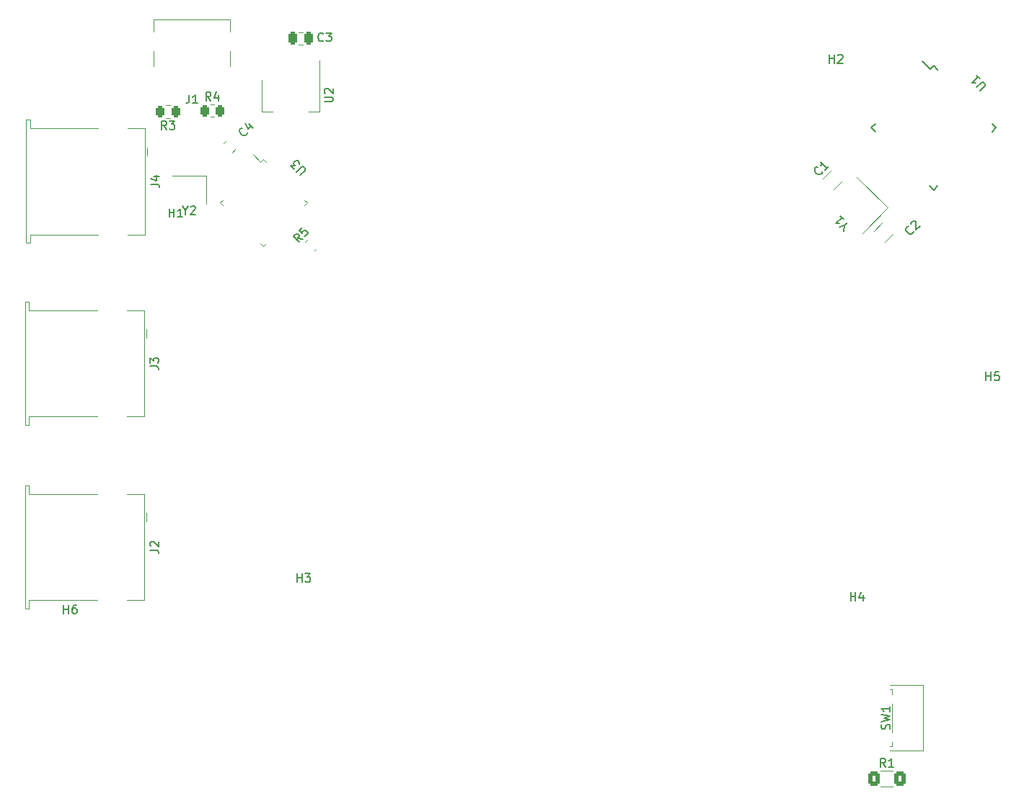
<source format=gto>
%TF.GenerationSoftware,KiCad,Pcbnew,(6.0.5)*%
%TF.CreationDate,2022-06-01T14:10:51+01:00*%
%TF.ProjectId,Project Fauxbow,50726f6a-6563-4742-9046-617578626f77,rev?*%
%TF.SameCoordinates,Original*%
%TF.FileFunction,Legend,Top*%
%TF.FilePolarity,Positive*%
%FSLAX46Y46*%
G04 Gerber Fmt 4.6, Leading zero omitted, Abs format (unit mm)*
G04 Created by KiCad (PCBNEW (6.0.5)) date 2022-06-01 14:10:51*
%MOMM*%
%LPD*%
G01*
G04 APERTURE LIST*
G04 Aperture macros list*
%AMRoundRect*
0 Rectangle with rounded corners*
0 $1 Rounding radius*
0 $2 $3 $4 $5 $6 $7 $8 $9 X,Y pos of 4 corners*
0 Add a 4 corners polygon primitive as box body*
4,1,4,$2,$3,$4,$5,$6,$7,$8,$9,$2,$3,0*
0 Add four circle primitives for the rounded corners*
1,1,$1+$1,$2,$3*
1,1,$1+$1,$4,$5*
1,1,$1+$1,$6,$7*
1,1,$1+$1,$8,$9*
0 Add four rect primitives between the rounded corners*
20,1,$1+$1,$2,$3,$4,$5,0*
20,1,$1+$1,$4,$5,$6,$7,0*
20,1,$1+$1,$6,$7,$8,$9,0*
20,1,$1+$1,$8,$9,$2,$3,0*%
%AMRotRect*
0 Rectangle, with rotation*
0 The origin of the aperture is its center*
0 $1 length*
0 $2 width*
0 $3 Rotation angle, in degrees counterclockwise*
0 Add horizontal line*
21,1,$1,$2,0,0,$3*%
G04 Aperture macros list end*
%ADD10C,0.150000*%
%ADD11C,0.120000*%
%ADD12RoundRect,0.250000X0.132583X-0.503814X0.503814X-0.132583X-0.132583X0.503814X-0.503814X0.132583X0*%
%ADD13RoundRect,0.250000X0.167938X-0.751301X0.751301X-0.167938X-0.167938X0.751301X-0.751301X0.167938X0*%
%ADD14RoundRect,0.075000X-0.521491X0.415425X0.415425X-0.521491X0.521491X-0.415425X-0.415425X0.521491X0*%
%ADD15RoundRect,0.075000X-0.521491X-0.415425X-0.415425X-0.521491X0.521491X0.415425X0.415425X0.521491X0*%
%ADD16C,4.500000*%
%ADD17RoundRect,0.250000X0.262500X0.450000X-0.262500X0.450000X-0.262500X-0.450000X0.262500X-0.450000X0*%
%ADD18RoundRect,0.250000X-0.250000X-0.475000X0.250000X-0.475000X0.250000X0.475000X-0.250000X0.475000X0*%
%ADD19RotRect,1.950000X1.650000X135.000000*%
%ADD20RoundRect,0.250000X-0.400000X-0.625000X0.400000X-0.625000X0.400000X0.625000X-0.400000X0.625000X0*%
%ADD21C,0.600000*%
%ADD22R,0.600000X1.160000*%
%ADD23R,0.300000X1.160000*%
%ADD24O,0.900000X1.700000*%
%ADD25O,0.900000X2.000000*%
%ADD26C,3.048000*%
%ADD27C,3.987800*%
%ADD28RotRect,1.500000X0.550000X315.000000*%
%ADD29RotRect,1.500000X0.550000X45.000000*%
%ADD30RoundRect,0.250000X0.159099X-0.512652X0.512652X-0.159099X-0.159099X0.512652X-0.512652X0.159099X0*%
%ADD31R,1.400000X1.200000*%
%ADD32C,3.000000*%
%ADD33C,1.600000*%
%ADD34R,1.600000X1.600000*%
%ADD35RoundRect,0.250000X-0.262500X-0.450000X0.262500X-0.450000X0.262500X0.450000X-0.262500X0.450000X0*%
%ADD36R,1.500000X2.000000*%
%ADD37R,3.800000X2.000000*%
%ADD38C,2.100000*%
%ADD39C,1.200000*%
%ADD40C,1.750000*%
%ADD41C,3.300000*%
G04 APERTURE END LIST*
D10*
%TO.C,R5*%
X177735304Y-84871006D02*
X177162884Y-84769991D01*
X177331243Y-85275067D02*
X176624136Y-84567961D01*
X176893510Y-84298586D01*
X176994525Y-84264915D01*
X177061869Y-84264915D01*
X177162884Y-84298586D01*
X177263899Y-84399602D01*
X177297571Y-84500617D01*
X177297571Y-84567961D01*
X177263899Y-84668976D01*
X176994525Y-84938350D01*
X177667961Y-83524136D02*
X177331243Y-83860854D01*
X177634289Y-84231243D01*
X177634289Y-84163899D01*
X177667961Y-84062884D01*
X177836319Y-83894525D01*
X177937335Y-83860854D01*
X178004678Y-83860854D01*
X178105693Y-83894525D01*
X178274052Y-84062884D01*
X178307724Y-84163899D01*
X178307724Y-84231243D01*
X178274052Y-84332258D01*
X178105693Y-84500617D01*
X178004678Y-84534289D01*
X177937335Y-84534289D01*
%TO.C,C1*%
X238726539Y-76962241D02*
X238726539Y-77029584D01*
X238659195Y-77164271D01*
X238591852Y-77231615D01*
X238457164Y-77298958D01*
X238322477Y-77298958D01*
X238221462Y-77265287D01*
X238053103Y-77164271D01*
X237952088Y-77063256D01*
X237851073Y-76894897D01*
X237817401Y-76793882D01*
X237817401Y-76659195D01*
X237884745Y-76524508D01*
X237952088Y-76457164D01*
X238086775Y-76389821D01*
X238154119Y-76389821D01*
X239467317Y-76356149D02*
X239063256Y-76760210D01*
X239265287Y-76558180D02*
X238558180Y-75851073D01*
X238591852Y-76019432D01*
X238591852Y-76154119D01*
X238558180Y-76255134D01*
%TO.C,U3*%
X177388097Y-77389398D02*
X177960517Y-76816978D01*
X177994189Y-76715963D01*
X177994189Y-76648619D01*
X177960517Y-76547604D01*
X177825830Y-76412917D01*
X177724815Y-76379245D01*
X177657471Y-76379245D01*
X177556456Y-76412917D01*
X176984036Y-76985337D01*
X176714662Y-76715963D02*
X176276930Y-76278230D01*
X176782006Y-76244558D01*
X176680991Y-76143543D01*
X176647319Y-76042528D01*
X176647319Y-75975184D01*
X176680991Y-75874169D01*
X176849349Y-75705810D01*
X176950365Y-75672138D01*
X177017708Y-75672138D01*
X177118723Y-75705810D01*
X177320754Y-75907841D01*
X177354426Y-76008856D01*
X177354426Y-76076199D01*
%TO.C,H1*%
X162038095Y-82302380D02*
X162038095Y-81302380D01*
X162038095Y-81778571D02*
X162609523Y-81778571D01*
X162609523Y-82302380D02*
X162609523Y-81302380D01*
X163609523Y-82302380D02*
X163038095Y-82302380D01*
X163323809Y-82302380D02*
X163323809Y-81302380D01*
X163228571Y-81445238D01*
X163133333Y-81540476D01*
X163038095Y-81588095D01*
%TO.C,R3*%
X161733333Y-72002380D02*
X161400000Y-71526190D01*
X161161904Y-72002380D02*
X161161904Y-71002380D01*
X161542857Y-71002380D01*
X161638095Y-71050000D01*
X161685714Y-71097619D01*
X161733333Y-71192857D01*
X161733333Y-71335714D01*
X161685714Y-71430952D01*
X161638095Y-71478571D01*
X161542857Y-71526190D01*
X161161904Y-71526190D01*
X162066666Y-71002380D02*
X162685714Y-71002380D01*
X162352380Y-71383333D01*
X162495238Y-71383333D01*
X162590476Y-71430952D01*
X162638095Y-71478571D01*
X162685714Y-71573809D01*
X162685714Y-71811904D01*
X162638095Y-71907142D01*
X162590476Y-71954761D01*
X162495238Y-72002380D01*
X162209523Y-72002380D01*
X162114285Y-71954761D01*
X162066666Y-71907142D01*
%TO.C,C3*%
X180133333Y-61557142D02*
X180085714Y-61604761D01*
X179942857Y-61652380D01*
X179847619Y-61652380D01*
X179704761Y-61604761D01*
X179609523Y-61509523D01*
X179561904Y-61414285D01*
X179514285Y-61223809D01*
X179514285Y-61080952D01*
X179561904Y-60890476D01*
X179609523Y-60795238D01*
X179704761Y-60700000D01*
X179847619Y-60652380D01*
X179942857Y-60652380D01*
X180085714Y-60700000D01*
X180133333Y-60747619D01*
X180466666Y-60652380D02*
X181085714Y-60652380D01*
X180752380Y-61033333D01*
X180895238Y-61033333D01*
X180990476Y-61080952D01*
X181038095Y-61128571D01*
X181085714Y-61223809D01*
X181085714Y-61461904D01*
X181038095Y-61557142D01*
X180990476Y-61604761D01*
X180895238Y-61652380D01*
X180609523Y-61652380D01*
X180514285Y-61604761D01*
X180466666Y-61557142D01*
%TO.C,H3*%
X177042763Y-125207048D02*
X177042763Y-124207048D01*
X177042763Y-124683239D02*
X177614191Y-124683239D01*
X177614191Y-125207048D02*
X177614191Y-124207048D01*
X177995144Y-124207048D02*
X178614191Y-124207048D01*
X178280858Y-124588001D01*
X178423715Y-124588001D01*
X178518953Y-124635620D01*
X178566572Y-124683239D01*
X178614191Y-124778477D01*
X178614191Y-125016572D01*
X178566572Y-125111810D01*
X178518953Y-125159429D01*
X178423715Y-125207048D01*
X178138001Y-125207048D01*
X178042763Y-125159429D01*
X177995144Y-125111810D01*
%TO.C,H2*%
X239538095Y-64202380D02*
X239538095Y-63202380D01*
X239538095Y-63678571D02*
X240109523Y-63678571D01*
X240109523Y-64202380D02*
X240109523Y-63202380D01*
X240538095Y-63297619D02*
X240585714Y-63250000D01*
X240680952Y-63202380D01*
X240919047Y-63202380D01*
X241014285Y-63250000D01*
X241061904Y-63297619D01*
X241109523Y-63392857D01*
X241109523Y-63488095D01*
X241061904Y-63630952D01*
X240490476Y-64202380D01*
X241109523Y-64202380D01*
%TO.C,Y1*%
X241351594Y-83321840D02*
X241688312Y-82985122D01*
X241216907Y-83927931D02*
X241351594Y-83321840D01*
X240745503Y-83456527D01*
X240846518Y-82143329D02*
X241250579Y-82547390D01*
X241048548Y-82345359D02*
X240341442Y-83052466D01*
X240509800Y-83018794D01*
X240644487Y-83018794D01*
X240745503Y-83052466D01*
%TO.C,R1*%
X246133333Y-146932380D02*
X245800000Y-146456190D01*
X245561904Y-146932380D02*
X245561904Y-145932380D01*
X245942857Y-145932380D01*
X246038095Y-145980000D01*
X246085714Y-146027619D01*
X246133333Y-146122857D01*
X246133333Y-146265714D01*
X246085714Y-146360952D01*
X246038095Y-146408571D01*
X245942857Y-146456190D01*
X245561904Y-146456190D01*
X247085714Y-146932380D02*
X246514285Y-146932380D01*
X246800000Y-146932380D02*
X246800000Y-145932380D01*
X246704761Y-146075238D01*
X246609523Y-146170476D01*
X246514285Y-146218095D01*
%TO.C,H5*%
X257938095Y-101502380D02*
X257938095Y-100502380D01*
X257938095Y-100978571D02*
X258509523Y-100978571D01*
X258509523Y-101502380D02*
X258509523Y-100502380D01*
X259461904Y-100502380D02*
X258985714Y-100502380D01*
X258938095Y-100978571D01*
X258985714Y-100930952D01*
X259080952Y-100883333D01*
X259319047Y-100883333D01*
X259414285Y-100930952D01*
X259461904Y-100978571D01*
X259509523Y-101073809D01*
X259509523Y-101311904D01*
X259461904Y-101407142D01*
X259414285Y-101454761D01*
X259319047Y-101502380D01*
X259080952Y-101502380D01*
X258985714Y-101454761D01*
X258938095Y-101407142D01*
%TO.C,J1*%
X164366666Y-67932380D02*
X164366666Y-68646666D01*
X164319047Y-68789523D01*
X164223809Y-68884761D01*
X164080952Y-68932380D01*
X163985714Y-68932380D01*
X165366666Y-68932380D02*
X164795238Y-68932380D01*
X165080952Y-68932380D02*
X165080952Y-67932380D01*
X164985714Y-68075238D01*
X164890476Y-68170476D01*
X164795238Y-68218095D01*
%TO.C,U1*%
X257219468Y-67458027D02*
X257791888Y-66885607D01*
X257825560Y-66784592D01*
X257825560Y-66717248D01*
X257791888Y-66616233D01*
X257657201Y-66481546D01*
X257556186Y-66447874D01*
X257488842Y-66447874D01*
X257387827Y-66481546D01*
X256815407Y-67053966D01*
X256815407Y-65639752D02*
X257219468Y-66043813D01*
X257017438Y-65841783D02*
X256310331Y-66548889D01*
X256478690Y-66515218D01*
X256613377Y-66515218D01*
X256714392Y-66548889D01*
%TO.C,H4*%
X242042763Y-127407048D02*
X242042763Y-126407048D01*
X242042763Y-126883239D02*
X242614191Y-126883239D01*
X242614191Y-127407048D02*
X242614191Y-126407048D01*
X243518953Y-126740382D02*
X243518953Y-127407048D01*
X243280858Y-126359429D02*
X243042763Y-127073715D01*
X243661810Y-127073715D01*
%TO.C,C4*%
X171214586Y-72390490D02*
X171214586Y-72457833D01*
X171147242Y-72592520D01*
X171079899Y-72659864D01*
X170945211Y-72727207D01*
X170810524Y-72727207D01*
X170709509Y-72693536D01*
X170541150Y-72592520D01*
X170440135Y-72491505D01*
X170339120Y-72323146D01*
X170305448Y-72222131D01*
X170305448Y-72087444D01*
X170372792Y-71952757D01*
X170440135Y-71885413D01*
X170574822Y-71818070D01*
X170642166Y-71818070D01*
X171416616Y-71380337D02*
X171888021Y-71851742D01*
X170978883Y-71279322D02*
X171315601Y-71952757D01*
X171753334Y-71515024D01*
%TO.C,Y2*%
X163923809Y-81526190D02*
X163923809Y-82002380D01*
X163590476Y-81002380D02*
X163923809Y-81526190D01*
X164257142Y-81002380D01*
X164542857Y-81097619D02*
X164590476Y-81050000D01*
X164685714Y-81002380D01*
X164923809Y-81002380D01*
X165019047Y-81050000D01*
X165066666Y-81097619D01*
X165114285Y-81192857D01*
X165114285Y-81288095D01*
X165066666Y-81430952D01*
X164495238Y-82002380D01*
X165114285Y-82002380D01*
%TO.C,J3*%
X159802380Y-99833333D02*
X160516666Y-99833333D01*
X160659523Y-99880952D01*
X160754761Y-99976190D01*
X160802380Y-100119047D01*
X160802380Y-100214285D01*
X159802380Y-99452380D02*
X159802380Y-98833333D01*
X160183333Y-99166666D01*
X160183333Y-99023809D01*
X160230952Y-98928571D01*
X160278571Y-98880952D01*
X160373809Y-98833333D01*
X160611904Y-98833333D01*
X160707142Y-98880952D01*
X160754761Y-98928571D01*
X160802380Y-99023809D01*
X160802380Y-99309523D01*
X160754761Y-99404761D01*
X160707142Y-99452380D01*
%TO.C,R4*%
X166933333Y-68602380D02*
X166600000Y-68126190D01*
X166361904Y-68602380D02*
X166361904Y-67602380D01*
X166742857Y-67602380D01*
X166838095Y-67650000D01*
X166885714Y-67697619D01*
X166933333Y-67792857D01*
X166933333Y-67935714D01*
X166885714Y-68030952D01*
X166838095Y-68078571D01*
X166742857Y-68126190D01*
X166361904Y-68126190D01*
X167790476Y-67935714D02*
X167790476Y-68602380D01*
X167552380Y-67554761D02*
X167314285Y-68269047D01*
X167933333Y-68269047D01*
%TO.C,C2*%
X249434687Y-83970390D02*
X249434687Y-84037733D01*
X249367343Y-84172420D01*
X249300000Y-84239764D01*
X249165312Y-84307107D01*
X249030625Y-84307107D01*
X248929610Y-84273436D01*
X248761251Y-84172420D01*
X248660236Y-84071405D01*
X248559221Y-83903046D01*
X248525549Y-83802031D01*
X248525549Y-83667344D01*
X248592893Y-83532657D01*
X248660236Y-83465313D01*
X248794923Y-83397970D01*
X248862267Y-83397970D01*
X249131641Y-83128596D02*
X249131641Y-83061252D01*
X249165312Y-82960237D01*
X249333671Y-82791878D01*
X249434687Y-82758207D01*
X249502030Y-82758207D01*
X249603045Y-82791878D01*
X249670389Y-82859222D01*
X249737732Y-82993909D01*
X249737732Y-83802031D01*
X250175465Y-83364298D01*
%TO.C,U2*%
X180252380Y-68761904D02*
X181061904Y-68761904D01*
X181157142Y-68714285D01*
X181204761Y-68666666D01*
X181252380Y-68571428D01*
X181252380Y-68380952D01*
X181204761Y-68285714D01*
X181157142Y-68238095D01*
X181061904Y-68190476D01*
X180252380Y-68190476D01*
X180347619Y-67761904D02*
X180300000Y-67714285D01*
X180252380Y-67619047D01*
X180252380Y-67380952D01*
X180300000Y-67285714D01*
X180347619Y-67238095D01*
X180442857Y-67190476D01*
X180538095Y-67190476D01*
X180680952Y-67238095D01*
X181252380Y-67809523D01*
X181252380Y-67190476D01*
%TO.C,SW1*%
X246612261Y-142508333D02*
X246659880Y-142365476D01*
X246659880Y-142127380D01*
X246612261Y-142032142D01*
X246564642Y-141984523D01*
X246469404Y-141936904D01*
X246374166Y-141936904D01*
X246278928Y-141984523D01*
X246231309Y-142032142D01*
X246183690Y-142127380D01*
X246136071Y-142317857D01*
X246088452Y-142413095D01*
X246040833Y-142460714D01*
X245945595Y-142508333D01*
X245850357Y-142508333D01*
X245755119Y-142460714D01*
X245707500Y-142413095D01*
X245659880Y-142317857D01*
X245659880Y-142079761D01*
X245707500Y-141936904D01*
X245659880Y-141603571D02*
X246659880Y-141365476D01*
X245945595Y-141175000D01*
X246659880Y-140984523D01*
X245659880Y-140746428D01*
X246659880Y-139841666D02*
X246659880Y-140413095D01*
X246659880Y-140127380D02*
X245659880Y-140127380D01*
X245802738Y-140222619D01*
X245897976Y-140317857D01*
X245945595Y-140413095D01*
%TO.C,J4*%
X159902380Y-78433333D02*
X160616666Y-78433333D01*
X160759523Y-78480952D01*
X160854761Y-78576190D01*
X160902380Y-78719047D01*
X160902380Y-78814285D01*
X160235714Y-77528571D02*
X160902380Y-77528571D01*
X159854761Y-77766666D02*
X160569047Y-78004761D01*
X160569047Y-77385714D01*
%TO.C,J2*%
X159802380Y-121433333D02*
X160516666Y-121433333D01*
X160659523Y-121480952D01*
X160754761Y-121576190D01*
X160802380Y-121719047D01*
X160802380Y-121814285D01*
X159897619Y-121004761D02*
X159850000Y-120957142D01*
X159802380Y-120861904D01*
X159802380Y-120623809D01*
X159850000Y-120528571D01*
X159897619Y-120480952D01*
X159992857Y-120433333D01*
X160088095Y-120433333D01*
X160230952Y-120480952D01*
X160802380Y-121052380D01*
X160802380Y-120433333D01*
%TO.C,H6*%
X149638095Y-128902380D02*
X149638095Y-127902380D01*
X149638095Y-128378571D02*
X150209523Y-128378571D01*
X150209523Y-128902380D02*
X150209523Y-127902380D01*
X151114285Y-127902380D02*
X150923809Y-127902380D01*
X150828571Y-127950000D01*
X150780952Y-127997619D01*
X150685714Y-128140476D01*
X150638095Y-128330952D01*
X150638095Y-128711904D01*
X150685714Y-128807142D01*
X150733333Y-128854761D01*
X150828571Y-128902380D01*
X151019047Y-128902380D01*
X151114285Y-128854761D01*
X151161904Y-128807142D01*
X151209523Y-128711904D01*
X151209523Y-128473809D01*
X151161904Y-128378571D01*
X151114285Y-128330952D01*
X151019047Y-128283333D01*
X150828571Y-128283333D01*
X150733333Y-128330952D01*
X150685714Y-128378571D01*
X150638095Y-128473809D01*
D11*
%TO.C,R5*%
X179059165Y-86280282D02*
X179380282Y-85959165D01*
X178019718Y-85240835D02*
X178340835Y-84919718D01*
%TO.C,C1*%
X238753602Y-77759464D02*
X239759464Y-76753602D01*
X240040536Y-79046398D02*
X241046398Y-78040536D01*
%TO.C,U3*%
X173100000Y-75494689D02*
X172781802Y-75812887D01*
X178205311Y-80600000D02*
X177887113Y-80918198D01*
X167994689Y-80600000D02*
X168312887Y-80281802D01*
X173418198Y-75812887D02*
X173100000Y-75494689D01*
X168312887Y-80918198D02*
X167994689Y-80600000D01*
X173100000Y-85705311D02*
X173418198Y-85387113D01*
X172781802Y-75812887D02*
X171869634Y-74900719D01*
X172781802Y-85387113D02*
X173100000Y-85705311D01*
X177887113Y-80281802D02*
X178205311Y-80600000D01*
%TO.C,R3*%
X162127064Y-69165000D02*
X161672936Y-69165000D01*
X162127064Y-70635000D02*
X161672936Y-70635000D01*
%TO.C,C3*%
X177238748Y-60565000D02*
X177761252Y-60565000D01*
X177238748Y-62035000D02*
X177761252Y-62035000D01*
%TO.C,Y1*%
X246405724Y-81200520D02*
X242799480Y-77594276D01*
X243400520Y-84205724D02*
X246405724Y-81200520D01*
%TO.C,R1*%
X245572936Y-147390000D02*
X247027064Y-147390000D01*
X245572936Y-149210000D02*
X247027064Y-149210000D01*
%TO.C,J1*%
X160230000Y-64570000D02*
X160230000Y-62770000D01*
X160230000Y-59060000D02*
X169170000Y-59060000D01*
X169170000Y-59060000D02*
X169170000Y-60520000D01*
X169170000Y-64570000D02*
X169170000Y-62770000D01*
X160230000Y-59060000D02*
X160230000Y-60520000D01*
D10*
%TO.C,U1*%
X251800000Y-79118555D02*
X252277297Y-78641258D01*
X259118555Y-71800000D02*
X258641258Y-72277297D01*
X244481445Y-71800000D02*
X244958742Y-72277297D01*
X251800000Y-64481445D02*
X252277297Y-64958742D01*
X259118555Y-71800000D02*
X258641258Y-71322703D01*
X251800000Y-64481445D02*
X251393414Y-64888031D01*
X251393414Y-64888031D02*
X250491852Y-63986470D01*
X251800000Y-79118555D02*
X251322703Y-78641258D01*
X244481445Y-71800000D02*
X244958742Y-71322703D01*
D11*
%TO.C,C4*%
X169434990Y-74704457D02*
X169804457Y-74334990D01*
X168395543Y-73665010D02*
X168765010Y-73295543D01*
%TO.C,Y2*%
X166400000Y-77450000D02*
X162400000Y-77450000D01*
X166400000Y-80750000D02*
X166400000Y-77450000D01*
%TO.C,J3*%
X159350000Y-95500000D02*
X159350000Y-96500000D01*
X145600000Y-92250000D02*
X145100000Y-92250000D01*
X145600000Y-93250000D02*
X145600000Y-92250000D01*
X145600000Y-105750000D02*
X153600000Y-105750000D01*
X145100000Y-92250000D02*
X145100000Y-106750000D01*
X159100000Y-105750000D02*
X159100000Y-93250000D01*
X157100000Y-105750000D02*
X159100000Y-105750000D01*
X145600000Y-106750000D02*
X145600000Y-105750000D01*
X153600000Y-93250000D02*
X145600000Y-93250000D01*
X145100000Y-106750000D02*
X145600000Y-106750000D01*
X159100000Y-93250000D02*
X157100000Y-93250000D01*
%TO.C,R4*%
X166872936Y-69065000D02*
X167327064Y-69065000D01*
X166872936Y-70535000D02*
X167327064Y-70535000D01*
%TO.C,C2*%
X244753602Y-83959464D02*
X245759464Y-82953602D01*
X246040536Y-85246398D02*
X247046398Y-84240536D01*
%TO.C,U2*%
X179710000Y-69910000D02*
X178450000Y-69910000D01*
X172890000Y-66150000D02*
X172890000Y-69910000D01*
X179710000Y-63900000D02*
X179710000Y-69910000D01*
X172890000Y-69910000D02*
X174150000Y-69910000D01*
%TO.C,SW1*%
X250587500Y-145035000D02*
X246687500Y-145035000D01*
X250587500Y-137315000D02*
X250587500Y-145035000D01*
X246917500Y-137835000D02*
X246687500Y-137835000D01*
X246917500Y-139475000D02*
X246917500Y-142875000D01*
X246917500Y-144515000D02*
X246687500Y-144515000D01*
X246917500Y-143975000D02*
X246917500Y-144515000D01*
X250587500Y-137315000D02*
X246687500Y-137315000D01*
X246917500Y-137835000D02*
X246917500Y-138375000D01*
%TO.C,J4*%
X153700000Y-71850000D02*
X145700000Y-71850000D01*
X145700000Y-85350000D02*
X145700000Y-84350000D01*
X145200000Y-70850000D02*
X145200000Y-85350000D01*
X145700000Y-70850000D02*
X145200000Y-70850000D01*
X157200000Y-84350000D02*
X159200000Y-84350000D01*
X159450000Y-74100000D02*
X159450000Y-75100000D01*
X145700000Y-71850000D02*
X145700000Y-70850000D01*
X145200000Y-85350000D02*
X145700000Y-85350000D01*
X145700000Y-84350000D02*
X153700000Y-84350000D01*
X159200000Y-84350000D02*
X159200000Y-71850000D01*
X159200000Y-71850000D02*
X157200000Y-71850000D01*
%TO.C,J2*%
X145600000Y-127350000D02*
X153600000Y-127350000D01*
X159350000Y-117100000D02*
X159350000Y-118100000D01*
X159100000Y-127350000D02*
X159100000Y-114850000D01*
X145600000Y-114850000D02*
X145600000Y-113850000D01*
X145600000Y-128350000D02*
X145600000Y-127350000D01*
X145100000Y-113850000D02*
X145100000Y-128350000D01*
X159100000Y-114850000D02*
X157100000Y-114850000D01*
X145600000Y-113850000D02*
X145100000Y-113850000D01*
X157100000Y-127350000D02*
X159100000Y-127350000D01*
X145100000Y-128350000D02*
X145600000Y-128350000D01*
X153600000Y-114850000D02*
X145600000Y-114850000D01*
%TD*%
%LPC*%
D12*
%TO.C,R5*%
X178054765Y-86245235D03*
X179345235Y-84954765D03*
%TD*%
D13*
%TO.C,C1*%
X238795146Y-79004854D03*
X241004854Y-76795146D03*
%TD*%
D14*
%TO.C,U3*%
X172101212Y-75712124D03*
X171747658Y-76065678D03*
X171394105Y-76419231D03*
X171040551Y-76772785D03*
X170686998Y-77126338D03*
X170333445Y-77479891D03*
X169979891Y-77833445D03*
X169626338Y-78186998D03*
X169272785Y-78540551D03*
X168919231Y-78894105D03*
X168565678Y-79247658D03*
X168212124Y-79601212D03*
D15*
X168212124Y-81598788D03*
X168565678Y-81952342D03*
X168919231Y-82305895D03*
X169272785Y-82659449D03*
X169626338Y-83013002D03*
X169979891Y-83366555D03*
X170333445Y-83720109D03*
X170686998Y-84073662D03*
X171040551Y-84427215D03*
X171394105Y-84780769D03*
X171747658Y-85134322D03*
X172101212Y-85487876D03*
D14*
X174098788Y-85487876D03*
X174452342Y-85134322D03*
X174805895Y-84780769D03*
X175159449Y-84427215D03*
X175513002Y-84073662D03*
X175866555Y-83720109D03*
X176220109Y-83366555D03*
X176573662Y-83013002D03*
X176927215Y-82659449D03*
X177280769Y-82305895D03*
X177634322Y-81952342D03*
X177987876Y-81598788D03*
D15*
X177987876Y-79601212D03*
X177634322Y-79247658D03*
X177280769Y-78894105D03*
X176927215Y-78540551D03*
X176573662Y-78186998D03*
X176220109Y-77833445D03*
X175866555Y-77479891D03*
X175513002Y-77126338D03*
X175159449Y-76772785D03*
X174805895Y-76419231D03*
X174452342Y-76065678D03*
X174098788Y-75712124D03*
%TD*%
D16*
%TO.C,H1*%
X162800000Y-85100000D03*
%TD*%
D17*
%TO.C,R3*%
X162812500Y-69900000D03*
X160987500Y-69900000D03*
%TD*%
D18*
%TO.C,C3*%
X176550000Y-61300000D03*
X178450000Y-61300000D03*
%TD*%
D16*
%TO.C,H3*%
X177804668Y-128004668D03*
%TD*%
%TO.C,H2*%
X240300000Y-67000000D03*
%TD*%
D19*
%TO.C,Y1*%
X244850089Y-81094454D03*
X242905546Y-79149911D03*
X241349911Y-80705546D03*
X243294454Y-82650089D03*
%TD*%
D20*
%TO.C,R1*%
X244750000Y-148300000D03*
X247850000Y-148300000D03*
%TD*%
D16*
%TO.C,H5*%
X258700000Y-104300000D03*
%TD*%
D21*
%TO.C,J1*%
X167590000Y-65350000D03*
X161810000Y-65350000D03*
D22*
X167900000Y-66410000D03*
X167100000Y-66410000D03*
D23*
X165950000Y-66410000D03*
X164950000Y-66410000D03*
X164450000Y-66410000D03*
X163450000Y-66410000D03*
D22*
X162300000Y-66410000D03*
X161500000Y-66410000D03*
X161500000Y-66410000D03*
X162300000Y-66410000D03*
D23*
X162950000Y-66410000D03*
X163950000Y-66410000D03*
X165450000Y-66410000D03*
X166450000Y-66410000D03*
D22*
X167100000Y-66410000D03*
X167900000Y-66410000D03*
D24*
X160380000Y-61660000D03*
D25*
X160380000Y-65830000D03*
X169020000Y-65830000D03*
D24*
X169020000Y-61660000D03*
%TD*%
D26*
%TO.C,REF\u002A\u002A*%
X145201053Y-143308606D03*
D27*
X152821053Y-156506833D03*
D26*
X165823283Y-131402356D03*
D27*
X173443283Y-144600583D03*
%TD*%
D28*
%TO.C,U1*%
X250597918Y-64941064D03*
X250032233Y-65506750D03*
X249466548Y-66072435D03*
X248900862Y-66638120D03*
X248335177Y-67203806D03*
X247769491Y-67769491D03*
X247203806Y-68335177D03*
X246638120Y-68900862D03*
X246072435Y-69466548D03*
X245506750Y-70032233D03*
X244941064Y-70597918D03*
D29*
X244941064Y-73002082D03*
X245506750Y-73567767D03*
X246072435Y-74133452D03*
X246638120Y-74699138D03*
X247203806Y-75264823D03*
X247769491Y-75830509D03*
X248335177Y-76396194D03*
X248900862Y-76961880D03*
X249466548Y-77527565D03*
X250032233Y-78093250D03*
X250597918Y-78658936D03*
D28*
X253002082Y-78658936D03*
X253567767Y-78093250D03*
X254133452Y-77527565D03*
X254699138Y-76961880D03*
X255264823Y-76396194D03*
X255830509Y-75830509D03*
X256396194Y-75264823D03*
X256961880Y-74699138D03*
X257527565Y-74133452D03*
X258093250Y-73567767D03*
X258658936Y-73002082D03*
D29*
X258658936Y-70597918D03*
X258093250Y-70032233D03*
X257527565Y-69466548D03*
X256961880Y-68900862D03*
X256396194Y-68335177D03*
X255830509Y-67769491D03*
X255264823Y-67203806D03*
X254699138Y-66638120D03*
X254133452Y-66072435D03*
X253567767Y-65506750D03*
X253002082Y-64941064D03*
%TD*%
D16*
%TO.C,H4*%
X242804668Y-130204668D03*
%TD*%
D30*
%TO.C,C4*%
X168428249Y-74671751D03*
X169771751Y-73328249D03*
%TD*%
D31*
%TO.C,Y2*%
X165500000Y-78250000D03*
X163300000Y-78250000D03*
X163300000Y-79950000D03*
X165500000Y-79950000D03*
%TD*%
D32*
%TO.C,J3*%
X155380000Y-92930000D03*
X155380000Y-106070000D03*
D33*
X158090000Y-103000000D03*
X158090000Y-100500000D03*
X158090000Y-98500000D03*
D34*
X158090000Y-96000000D03*
%TD*%
D35*
%TO.C,R4*%
X166187500Y-69800000D03*
X168012500Y-69800000D03*
%TD*%
D13*
%TO.C,C2*%
X244795146Y-85204854D03*
X247004854Y-82995146D03*
%TD*%
D36*
%TO.C,U2*%
X174000000Y-64850000D03*
X176300000Y-64850000D03*
D37*
X176300000Y-71150000D03*
D36*
X178600000Y-64850000D03*
%TD*%
D38*
%TO.C,SW1*%
X245397500Y-137675000D03*
D39*
X249097500Y-141175000D03*
D38*
X245397500Y-144685000D03*
D40*
X247887500Y-138675000D03*
X247887500Y-143675000D03*
%TD*%
D32*
%TO.C,J4*%
X155480000Y-71530000D03*
X155480000Y-84670000D03*
D33*
X158190000Y-81600000D03*
X158190000Y-79100000D03*
X158190000Y-77100000D03*
D34*
X158190000Y-74600000D03*
%TD*%
%TO.C,J2*%
X158090000Y-117600000D03*
D33*
X158090000Y-120100000D03*
X158090000Y-122100000D03*
X158090000Y-124600000D03*
D32*
X155380000Y-114530000D03*
X155380000Y-127670000D03*
%TD*%
D16*
%TO.C,H6*%
X150400000Y-131700000D03*
%TD*%
D27*
%TO.C,K3*%
X191300000Y-108100000D03*
D40*
X186220000Y-108100000D03*
X196380000Y-108100000D03*
D41*
X187490000Y-105560000D03*
X193840000Y-103020000D03*
%TD*%
D27*
%TO.C,K2*%
X191300000Y-88300000D03*
D40*
X196380000Y-88300000D03*
X186220000Y-88300000D03*
D41*
X187490000Y-85760000D03*
X193840000Y-83220000D03*
%TD*%
D40*
%TO.C,K15*%
X232165000Y-142100000D03*
X222005000Y-142100000D03*
D27*
X227085000Y-142100000D03*
D41*
X223275000Y-139560000D03*
X229625000Y-137020000D03*
%TD*%
D40*
%TO.C,K18*%
X240220000Y-97500000D03*
X250380000Y-97500000D03*
D27*
X245300000Y-97500000D03*
D41*
X241490000Y-94960000D03*
X247840000Y-92420000D03*
%TD*%
D27*
%TO.C,K20*%
X159035048Y-143371440D03*
D40*
X163434457Y-140831440D03*
X154635639Y-145911440D03*
D41*
X154465491Y-143076735D03*
X158694753Y-137702031D03*
%TD*%
D40*
%TO.C,K5*%
X196380000Y-142100000D03*
D27*
X191300000Y-142100000D03*
D40*
X186220000Y-142100000D03*
D41*
X187490000Y-139560000D03*
X193840000Y-137020000D03*
%TD*%
D27*
%TO.C,K8*%
X209300000Y-108100000D03*
D40*
X214380000Y-108100000D03*
X204220000Y-108100000D03*
D41*
X205490000Y-105560000D03*
X211840000Y-103020000D03*
%TD*%
D40*
%TO.C,K9*%
X204220000Y-125100000D03*
D27*
X209300000Y-125100000D03*
D40*
X214380000Y-125100000D03*
D41*
X205490000Y-122560000D03*
X211840000Y-120020000D03*
%TD*%
D40*
%TO.C,K16*%
X178380000Y-97500000D03*
X168220000Y-97500000D03*
D27*
X173300000Y-97500000D03*
D41*
X169490000Y-94960000D03*
X175840000Y-92420000D03*
%TD*%
D40*
%TO.C,K17*%
X168315000Y-114500000D03*
X178475000Y-114500000D03*
D27*
X173395000Y-114500000D03*
D41*
X169585000Y-111960000D03*
X175935000Y-109420000D03*
%TD*%
D40*
%TO.C,K12*%
X232380000Y-88300000D03*
D27*
X227300000Y-88300000D03*
D40*
X222220000Y-88300000D03*
D41*
X223490000Y-85760000D03*
X229840000Y-83220000D03*
%TD*%
%TO.C,K1*%
X193840000Y-65620000D03*
X187490000Y-68160000D03*
D27*
X191300000Y-70700000D03*
D40*
X196380000Y-70700000D03*
X186220000Y-70700000D03*
%TD*%
%TO.C,K4*%
X196380000Y-125100000D03*
X186220000Y-125100000D03*
D27*
X191300000Y-125100000D03*
D41*
X187490000Y-122560000D03*
X193840000Y-120020000D03*
%TD*%
D40*
%TO.C,K10*%
X214380000Y-142100000D03*
X204220000Y-142100000D03*
D27*
X209300000Y-142100000D03*
D41*
X205490000Y-139560000D03*
X211840000Y-137020000D03*
%TD*%
D40*
%TO.C,K6*%
X204220000Y-70700000D03*
X214380000Y-70700000D03*
D27*
X209300000Y-70700000D03*
D41*
X205490000Y-68160000D03*
X211840000Y-65620000D03*
%TD*%
D27*
%TO.C,K7*%
X209300000Y-88300000D03*
D40*
X204220000Y-88300000D03*
X214380000Y-88300000D03*
D41*
X205490000Y-85760000D03*
X211840000Y-83220000D03*
%TD*%
D40*
%TO.C,K14*%
X222220000Y-125100000D03*
D27*
X227300000Y-125100000D03*
D40*
X232380000Y-125100000D03*
D41*
X223490000Y-122560000D03*
X229840000Y-120020000D03*
%TD*%
D40*
%TO.C,K11*%
X232380000Y-70700000D03*
D27*
X227300000Y-70700000D03*
D40*
X222220000Y-70700000D03*
D41*
X223490000Y-68160000D03*
X229840000Y-65620000D03*
%TD*%
D40*
%TO.C,K19*%
X250315000Y-114500000D03*
X240155000Y-114500000D03*
D27*
X245235000Y-114500000D03*
D41*
X241425000Y-111960000D03*
X247775000Y-109420000D03*
%TD*%
D40*
%TO.C,K13*%
X222220000Y-108100000D03*
X232380000Y-108100000D03*
D27*
X227300000Y-108100000D03*
D41*
X223490000Y-105560000D03*
X229840000Y-103020000D03*
%TD*%
M02*

</source>
